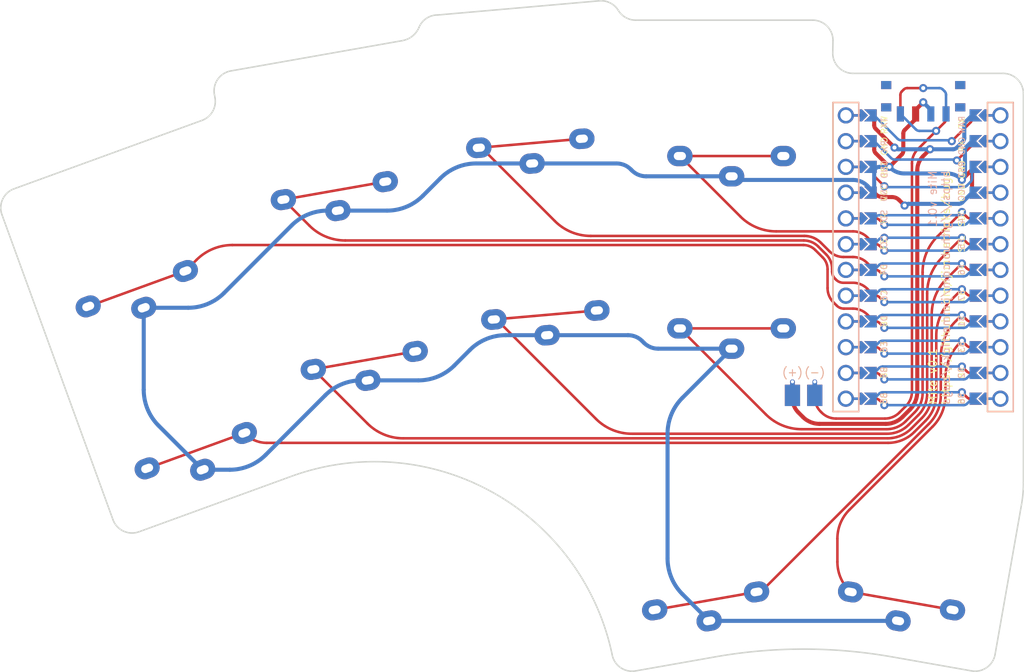
<source format=kicad_pcb>
(kicad_pcb (version 20211014) (generator pcbnew)
  (title_block (title "Mite") (date "2021-12-22") (rev "0.1") (company "jmnw"))
  (layers (0 "F.Cu" signal) (31 "B.Cu" signal) (34 "B.Paste" user) (35 "F.Paste" user) (36 "B.SilkS" user "B.Silkscreen") (37 "F.SilkS" user "F.Silkscreen") (38 "B.Mask" user) (39 "F.Mask" user) (44 "Edge.Cuts" user))
  (net 0 "")
  (net 1 "unconnected-(PSW1-Pad3)")
  (net 2 "switch1")
  (net 3 "switch2")
  (net 4 "switch3")
  (net 5 "switch4")
  (net 6 "switch5")
  (net 7 "switch6")
  (net 8 "switch7")
  (net 9 "switch8")
  (net 10 "switch9")
  (net 11 "switch10")
  (net 12 "unconnected-(U1-Pad11)")
  (net 13 "unconnected-(U1-Pad12)")
  (net 14 "unconnected-(U1-Pad13)")
  (net 15 "unconnected-(U1-Pad14)")
  (net 16 "unconnected-(U1-Pad15)")
  (net 17 "unconnected-(U1-Pad22)")
  (net 18 "unconnected-(U1-Pad2)")
  (net 19 "unconnected-(U1-Pad1)")
  (net 20 "GND")
  (net 21 "VCC")
  (net 22 "Net-(BT1-Pad2)")
  (net 23 "raw")
  (net 24 "unconnected-(U1-Pad20)")
  (footprint "bugs:Choc_reversible" (layer "F.Cu") (at 47.560892 96.53162 20)
    (fp_text reference "SW1" hide)
    (fp_text value "SW_PUSH" hide)
  )
  (footprint "bugs:Choc_reversible" (layer "F.Cu") (at 53.375237 112.506389 20)
    (fp_text reference "SW5" hide)
    (fp_text value "SW_PUSH" hide)
  )
  (footprint "bugs:Choc_reversible" (layer "F.Cu") (at 67.698329 86.684784 10)
    (fp_text reference "SW2" hide)
    (fp_text value "SW_PUSH" hide)
  )
  (footprint "bugs:Choc_reversible" (layer "F.Cu") (at 87.366335 81.967319 5)
    (fp_text reference "SW3" hide)
    (fp_text value "SW_PUSH" hide)
  )
  (footprint "bugs:Choc_reversible" (layer "F.Cu") (at 107.554686 83.211365)
    (fp_text reference "SW4" hide)
    (fp_text value "SW_PUSH" hide)
  )
  (footprint "bugs:Choc_reversible" (layer "F.Cu") (at 70.65035 103.426508 10)
    (fp_text reference "SW6" hide)
    (fp_text value "SW_PUSH" hide)
  )
  (footprint "bugs:Choc_reversible" (layer "F.Cu") (at 88.847977 98.902646 5)
    (fp_text reference "SW7" hide)
    (fp_text value "SW_PUSH" hide)
  )
  (footprint "bugs:Choc_reversible" (layer "F.Cu") (at 107.55469 100.211365)
    (fp_text reference "SW8" hide)
    (fp_text value "SW_PUSH" hide)
  )
  (footprint "bugs:Choc_reversible" (layer "F.Cu") (at 104.317009 127.144808 10)
    (fp_text reference "SW9" hide)
    (fp_text value "SW_PUSH" hide)
  )
  (footprint "bugs:Choc_reversible" (layer "F.Cu") (at 124.995446 127.14496 -10)
    (fp_text reference "SW10" hide)
    (fp_text value "SW_PUSH" hide)
  )
  (footprint "bugs:Battery_pads_reversible" (layer "F.Cu") (at 114.657801 110.71682)
    (fp_text reference "BT1" hide)
    (fp_text value "Battery_Cell")
  )
  (footprint "bugs:ProMicro_jumpers" (layer "F.Cu") (at 126.445092 97.074214)
    (fp_text reference "U1" hide)
    (fp_text value "ProMicro")
  )
  (footprint "bugs:Power_reversible" (layer "F.Cu") (at 126.453566 81.211024 180)
    (fp_text reference "PSW1" hide)
    (fp_text value "SW_SPDT")
  )
  (gr_line (start 136.335446 80.961098) (end 136.338048 119.326326) (layer "Edge.Cuts") (width 0.15))
  (gr_line (start 36.794051 90.341179) (end 55.32149 83.597603) (layer "Edge.Cuts") (width 0.15))
  (gr_arc (start 76.719189 74.442661) (mid 77.453777 73.537329) (end 78.568812 73.200559) (layer "Edge.Cuts") (width 0.15))
  (gr_line (start 35.598701 92.904602) (end 46.54352 122.975231) (layer "Edge.Cuts") (width 0.15))
  (gr_arc (start 119.529574 78.961091) (mid 118.115363 78.375307) (end 117.529577 76.961098) (layer "Edge.Cuts") (width 0.15))
  (gr_line (start 123.345576 136.500279) (end 131.224038 137.889459) (layer "Edge.Cuts") (width 0.15))
  (gr_line (start 98.087857 137.889701) (end 105.966312 136.500516) (layer "Edge.Cuts") (width 0.15))
  (gr_arc (start 56.548119 81.034733) (mid 56.879432 79.540288) (end 58.170438 78.71783) (layer "Edge.Cuts") (width 0.15))
  (gr_arc (start 76.719189 74.442661) (mid 76.067759 75.291435) (end 75.091573 75.729427) (layer "Edge.Cuts") (width 0.15))
  (gr_arc (start 56.606261 81.360392) (mid 56.372461 82.713637) (end 55.32149 83.597603) (layer "Edge.Cuts") (width 0.15))
  (gr_arc (start 64.142487 118.697953) (mid 83.964922 120.267102) (end 95.770943 136.267383) (layer "Edge.Cuts") (width 0.15))
  (gr_arc (start 98.087857 137.889701) (mid 96.593405 137.558392) (end 95.770943 136.267383) (layer "Edge.Cuts") (width 0.15))
  (gr_arc (start 35.598701 92.904602) (mid 35.665472 91.375323) (end 36.794051 90.341179) (layer "Edge.Cuts") (width 0.15))
  (gr_line (start 98.094443 73.711083) (end 115.555229 73.711307) (layer "Edge.Cuts") (width 0.15))
  (gr_arc (start 133.54095 136.267138) (mid 132.718487 137.558145) (end 131.224038 137.889459) (layer "Edge.Cuts") (width 0.15))
  (gr_line (start 133.54095 136.267138) (end 136.146482 121.495566) (layer "Edge.Cuts") (width 0.15))
  (gr_arc (start 105.966312 136.500516) (mid 114.655934 135.74009) (end 123.345576 136.500279) (layer "Edge.Cuts") (width 0.15))
  (gr_line (start 119.529577 78.961086) (end 134.335444 78.961098) (layer "Edge.Cuts") (width 0.15))
  (gr_arc (start 115.555229 73.711307) (mid 116.969445 74.297096) (end 117.555234 75.711313) (layer "Edge.Cuts") (width 0.15))
  (gr_arc (start 49.10694 124.170577) (mid 47.577665 124.103806) (end 46.54352 122.975231) (layer "Edge.Cuts") (width 0.15))
  (gr_arc (start 98.094443 73.711083) (mid 97.125614 73.460823) (end 96.399188 72.772661) (layer "Edge.Cuts") (width 0.15))
  (gr_line (start 78.568812 73.200559) (end 94.507865 71.805968) (layer "Edge.Cuts") (width 0.15))
  (gr_arc (start 134.335445 78.96109) (mid 135.74966 79.546881) (end 136.335446 80.961098) (layer "Edge.Cuts") (width 0.15))
  (gr_line (start 56.606261 81.360392) (end 56.548119 81.034733) (layer "Edge.Cuts") (width 0.15))
  (gr_arc (start 136.338048 119.326326) (mid 136.289178 120.415089) (end 136.146482 121.495566) (layer "Edge.Cuts") (width 0.15))
  (gr_line (start 58.170438 78.71783) (end 75.091573 75.729427) (layer "Edge.Cuts") (width 0.15))
  (gr_arc (start 94.507865 71.805968) (mid 95.592445 72.017523) (end 96.399188 72.772661) (layer "Edge.Cuts") (width 0.15))
  (gr_line (start 117.555234 75.711313) (end 117.529577 76.961098) (layer "Edge.Cuts") (width 0.15))
  (gr_line (start 49.10694 124.17058) (end 64.142487 118.697953) (layer "Edge.Cuts") (width 0.15))
  (gr_text "Mite v0.1\nhttps://github.com/jimmerricks/bugs" (at 128.03583 88.48276 90) (layer "B.SilkS") (effects (font (size 0.8 0.8) (thickness 0.1)) (justify left mirror)))
  (gr_text "Mite v0.1\nhttps://github.com/jimmerricks/bugs" (at 128.035832 111.702758 90) (layer "F.SilkS") (effects (font (size 0.8 0.8) (thickness 0.1)) (justify left)))
  (segment (start 124.203572 81.087987) (end 124.203568 82.961025) (width 0.25) (layer "F.Cu") (net 1))
  (segment (start 124.526985 80.557467) (end 124.350017 80.734433) (width 0.25) (layer "F.Cu") (net 1))
  (segment (start 126.453565 80.411022) (end 124.880536 80.411019) (width 0.25) (layer "F.Cu") (net 1))
  (via (at 126.453565 80.411022) (size 0.8) (drill 0.4) (layers "F.Cu" "B.Cu") (net 1))
  (arc (start 124.203572 81.087987) (mid 124.241633 80.896643) (end 124.350017 80.734433) (width 0.25) (layer "F.Cu") (net 1))
  (arc (start 124.880536 80.411019) (mid 124.689192 80.44908) (end 124.526985 80.557467) (width 0.25) (layer "F.Cu") (net 1))
  (segment (start 128.703567 81.075157) (end 128.70357 82.961022) (width 0.25) (layer "B.Cu") (net 1))
  (segment (start 128.392993 80.557471) (end 128.55712 80.721604) (width 0.25) (layer "B.Cu") (net 1))
  (segment (start 126.453565 80.411022) (end 128.039437 80.411026) (width 0.25) (layer "B.Cu") (net 1))
  (arc (start 128.703567 81.075157) (mid 128.665512 80.883818) (end 128.55712 80.721604) (width 0.25) (layer "B.Cu") (net 1))
  (arc (start 128.392993 80.557471) (mid 128.230778 80.449086) (end 128.039437 80.411026) (width 0.25) (layer "B.Cu") (net 1))
  (segment (start 44.102338 101.940724) (end 53.687202 98.452118) (width 0.25) (layer "F.Cu") (net 2))
  (segment (start 58.320389 95.89) (end 114.630969 95.89) (width 0.25) (layer "F.Cu") (net 2))
  (segment (start 117.02048 98.279511) (end 117.02048 100.132053) (width 0.25) (layer "F.Cu") (net 2))
  (segment (start 117.606267 101.546267) (end 117.927107 101.867107) (width 0.25) (layer "F.Cu") (net 2))
  (segment (start 120.940665 102.745787) (end 121.619092 103.424214) (width 0.25) (layer "F.Cu") (net 2))
  (segment (start 115.804767 96.376203) (end 116.534278 97.105714) (width 0.25) (layer "F.Cu") (net 2))
  (segment (start 118.634214 102.16) (end 119.526451 102.16) (width 0.25) (layer "F.Cu") (net 2))
  (segment (start 122.130536 103.570656) (end 122.619083 104.059209) (width 0.25) (layer "F.Cu") (net 2))
  (segment (start 121.619091 103.424211) (end 121.77698 103.424216) (width 0.25) (layer "F.Cu") (net 2))
  (segment (start 53.687203 98.452118) (end 54.784855 97.354466) (width 0.25) (layer "F.Cu") (net 2))
  (via (at 122.619083 104.059209) (size 0.8) (drill 0.4) (layers "F.Cu" "B.Cu") (net 2))
  (arc (start 121.77698 103.424216) (mid 121.96832 103.462274) (end 122.130536 103.570656) (width 0.25) (layer "F.Cu") (net 2))
  (arc (start 54.784855 97.354466) (mid 56.406972 96.270602) (end 58.320389 95.89) (width 0.25) (layer "F.Cu") (net 2))
  (arc (start 119.526451 102.16) (mid 120.291818 102.312241) (end 120.940665 102.745787) (width 0.25) (layer "F.Cu") (net 2))
  (arc (start 117.02048 100.132053) (mid 117.172721 100.89742) (end 117.606267 101.546267) (width 0.25) (layer "F.Cu") (net 2))
  (arc (start 116.534278 97.105714) (mid 116.89412 97.644257) (end 117.02048 98.279511) (width 0.25) (layer "F.Cu") (net 2))
  (arc (start 115.804767 96.376203) (mid 115.266224 96.01636) (end 114.630969 95.89) (width 0.25) (layer "F.Cu") (net 2))
  (arc (start 118.634214 102.16) (mid 118.251531 102.08388) (end 117.927107 101.867107) (width 0.25) (layer "F.Cu") (net 2))
  (segment (start 130.782532 103.912768) (end 131.271086 103.42421) (width 0.25) (layer "B.Cu") (net 2))
  (segment (start 122.619083 104.059209) (end 130.428983 104.059212) (width 0.25) (layer "B.Cu") (net 2))
  (arc (start 130.782532 103.912768) (mid 130.620323 104.021147) (end 130.428983 104.059212) (width 0.25) (layer "B.Cu") (net 2))
  (segment (start 121.61909 100.884217) (end 121.776985 100.884215) (width 0.25) (layer "F.Cu") (net 3))
  (segment (start 122.130541 101.030656) (end 122.619082 101.519207) (width 0.25) (layer "F.Cu") (net 3))
  (segment (start 73.398077 89.639929) (end 63.353037 91.411141) (width 0.25) (layer "F.Cu") (net 3))
  (segment (start 69.453445 95.44048) (end 114.676335 95.44048) (width 0.25) (layer "F.Cu") (net 3))
  (segment (start 116.090549 96.026267) (end 116.884214 96.819932) (width 0.25) (layer "F.Cu") (net 3))
  (segment (start 118.574214 99.61) (end 119.516451 99.61) (width 0.25) (layer "F.Cu") (net 3))
  (segment (start 117.762893 99.212893) (end 117.867107 99.317107) (width 0.25) (layer "F.Cu") (net 3))
  (segment (start 120.930665 100.195787) (end 121.619092 100.884214) (width 0.25) (layer "F.Cu") (net 3))
  (segment (start 63.353037 91.41114) (end 65.917911 93.976014) (width 0.25) (layer "F.Cu") (net 3))
  (segment (start 117.47 98.234145) (end 117.47 98.505786) (width 0.25) (layer "F.Cu") (net 3))
  (via (at 122.619082 101.519207) (size 0.8) (drill 0.4) (layers "F.Cu" "B.Cu") (net 3))
  (arc (start 117.762893 99.212893) (mid 117.54612 98.88847) (end 117.47 98.505786) (width 0.25) (layer "F.Cu") (net 3))
  (arc (start 69.453445 95.44048) (mid 67.540028 95.059878) (end 65.917911 93.976014) (width 0.25) (layer "F.Cu") (net 3))
  (arc (start 117.867107 99.317107) (mid 118.19153 99.53388) (end 118.574214 99.61) (width 0.25) (layer "F.Cu") (net 3))
  (arc (start 121.776985 100.884215) (mid 121.96833 100.922272) (end 122.130541 101.030656) (width 0.25) (layer "F.Cu") (net 3))
  (arc (start 116.884214 96.819932) (mid 117.317759 97.468778) (end 117.47 98.234145) (width 0.25) (layer "F.Cu") (net 3))
  (arc (start 120.930665 100.195787) (mid 120.281818 99.762241) (end 119.516451 99.61) (width 0.25) (layer "F.Cu") (net 3))
  (arc (start 114.676335 95.44048) (mid 115.441702 95.592721) (end 116.090549 96.026267) (width 0.25) (layer "F.Cu") (net 3))
  (segment (start 130.782539 101.37276) (end 131.271084 100.884209) (width 0.25) (layer "B.Cu") (net 3))
  (segment (start 122.619082 101.519207) (end 130.428974 101.519207) (width 0.25) (layer "B.Cu") (net 3))
  (arc (start 130.782539 101.37276) (mid 130.620332 101.481151) (end 130.428974 101.519207) (width 0.25) (layer "B.Cu") (net 3))
  (segment (start 122.130539 98.490659) (end 122.619086 98.979211) (width 0.25) (layer "F.Cu") (net 4))
  (segment (start 117.184213 96.484213) (end 116.373401 95.673401) (width 0.25) (layer "F.Cu") (net 4))
  (segment (start 82.625649 86.296973) (end 92.786836 85.407984) (width 0.25) (layer "F.Cu") (net 4))
  (segment (start 121.619092 98.344214) (end 120.930664 97.655786) (width 0.25) (layer "F.Cu") (net 4))
  (segment (start 114.725842 94.99096) (end 93.661542 94.99096) (width 0.25) (layer "F.Cu") (net 4))
  (segment (start 119.516451 97.07) (end 118.598427 97.07) (width 0.25) (layer "F.Cu") (net 4))
  (segment (start 90.126008 93.526494) (end 82.896487 86.296973) (width 0.25) (layer "F.Cu") (net 4))
  (segment (start 82.896487 86.296973) (end 82.625649 86.296973) (width 0.25) (layer "F.Cu") (net 4))
  (segment (start 121.619085 98.344207) (end 121.776981 98.34421) (width 0.25) (layer "F.Cu") (net 4))
  (via (at 122.619086 98.979211) (size 0.8) (drill 0.4) (layers "F.Cu" "B.Cu") (net 4))
  (arc (start 119.516451 97.07) (mid 120.281818 97.222241) (end 120.930664 97.655786) (width 0.25) (layer "F.Cu") (net 4))
  (arc (start 118.598427 97.07) (mid 117.83306 96.917759) (end 117.184213 96.484213) (width 0.25) (layer "F.Cu") (net 4))
  (arc (start 121.776981 98.34421) (mid 121.968324 98.38227) (end 122.130539 98.490659) (width 0.25) (layer "F.Cu") (net 4))
  (arc (start 93.661542 94.99096) (mid 91.748125 94.610358) (end 90.126008 93.526494) (width 0.25) (layer "F.Cu") (net 4))
  (arc (start 116.373401 95.673401) (mid 115.617495 95.16832) (end 114.725842 94.99096) (width 0.25) (layer "F.Cu") (net 4))
  (segment (start 130.782532 98.832761) (end 131.271087 98.344213) (width 0.25) (layer "B.Cu") (net 4))
  (segment (start 122.619086 98.979211) (end 130.428979 98.979212) (width 0.25) (layer "B.Cu") (net 4))
  (arc (start 130.428979 98.979212) (mid 130.620325 98.94115) (end 130.782532 98.832761) (width 0.25) (layer "B.Cu") (net 4))
  (segment (start 120.942105 95.127227) (end 121.619092 95.804214) (width 0.25) (layer "F.Cu") (net 5))
  (segment (start 102.454686 87.111365) (end 108.420295 93.076974) (width 0.25) (layer "F.Cu") (net 5))
  (segment (start 121.619092 95.804209) (end 121.776984 95.80421) (width 0.25) (layer "F.Cu") (net 5))
  (segment (start 122.130539 95.950658) (end 122.619087 96.439218) (width 0.25) (layer "F.Cu") (net 5))
  (segment (start 102.454687 87.111366) (end 112.654686 87.111364) (width 0.25) (layer "F.Cu") (net 5))
  (segment (start 111.955829 94.54144) (end 119.527891 94.54144) (width 0.25) (layer "F.Cu") (net 5))
  (via (at 122.619087 96.439218) (size 0.8) (drill 0.4) (layers "F.Cu" "B.Cu") (net 5))
  (arc (start 108.420295 93.076974) (mid 110.042412 94.160838) (end 111.955829 94.54144) (width 0.25) (layer "F.Cu") (net 5))
  (arc (start 121.776984 95.80421) (mid 121.968323 95.842273) (end 122.130539 95.950658) (width 0.25) (layer "F.Cu") (net 5))
  (arc (start 119.527891 94.54144) (mid 120.293258 94.693681) (end 120.942105 95.127227) (width 0.25) (layer "F.Cu") (net 5))
  (segment (start 122.619087 96.439218) (end 130.428981 96.439212) (width 0.25) (layer "B.Cu") (net 5))
  (segment (start 130.782535 96.292767) (end 131.271087 95.804209) (width 0.25) (layer "B.Cu") (net 5))
  (arc (start 130.428981 96.439212) (mid 130.620321 96.401151) (end 130.782535 96.292767) (width 0.25) (layer "B.Cu") (net 5))
  (segment (start 59.501548 114.426887) (end 59.596401 114.52174) (width 0.25) (layer "F.Cu") (net 6))
  (segment (start 125.576421 114.328429) (end 126.669213 113.235636) (width 0.25) (layer "F.Cu") (net 6))
  (segment (start 131.271084 100.884209) (end 131.113194 100.884211) (width 0.25) (layer "F.Cu") (net 6))
  (segment (start 49.916683 117.915493) (end 59.501548 114.426887) (width 0.25) (layer "F.Cu") (net 6))
  (segment (start 130.759645 100.73777) (end 130.271094 100.249212) (width 0.25) (layer "F.Cu") (net 6))
  (segment (start 127.741202 110.647626) (end 127.741202 104.850172) (width 0.25) (layer "F.Cu") (net 6))
  (segment (start 129.205668 101.314638) (end 130.271094 100.249212) (width 0.25) (layer "F.Cu") (net 6))
  (segment (start 61.717721 115.400419) (end 122.98841 115.400419) (width 0.25) (layer "F.Cu") (net 6))
  (via (at 130.271094 100.249212) (size 0.8) (drill 0.4) (layers "F.Cu" "B.Cu") (net 6))
  (arc (start 129.205668 101.314638) (mid 128.121804 102.936755) (end 127.741202 104.850172) (width 0.25) (layer "F.Cu") (net 6))
  (arc (start 131.113194 100.884211) (mid 130.921856 100.846148) (end 130.759645 100.73777) (width 0.25) (layer "F.Cu") (net 6))
  (arc (start 61.717721 115.400419) (mid 60.569671 115.172058) (end 59.596401 114.52174) (width 0.25) (layer "F.Cu") (net 6))
  (arc (start 127.741202 110.647626) (mid 127.462601 112.048247) (end 126.669213 113.235636) (width 0.25) (layer "F.Cu") (net 6))
  (arc (start 122.98841 115.400419) (mid 124.389032 115.121818) (end 125.576421 114.328429) (width 0.25) (layer "F.Cu") (net 6))
  (segment (start 122.107644 100.395659) (end 121.619085 100.884217) (width 0.25) (layer "B.Cu") (net 6))
  (segment (start 130.271094 100.249212) (end 122.461194 100.249213) (width 0.25) (layer "B.Cu") (net 6))
  (arc (start 122.107644 100.395659) (mid 122.26985 100.287274) (end 122.461194 100.249213) (width 0.25) (layer "B.Cu") (net 6))
  (segment (start 66.305058 108.152864) (end 71.638627 113.486433) (width 0.25) (layer "F.Cu") (net 7))
  (segment (start 75.174161 114.950899) (end 122.938903 114.950899) (width 0.25) (layer "F.Cu") (net 7))
  (segment (start 66.305058 108.152863) (end 76.350098 106.381652) (width 0.25) (layer "F.Cu") (net 7))
  (segment (start 128.756148 99.224146) (end 130.271084 97.70921) (width 0.25) (layer "F.Cu") (net 7))
  (segment (start 130.759643 98.197762) (end 130.271084 97.70921) (width 0.25) (layer "F.Cu") (net 7))
  (segment (start 127.291682 110.598119) (end 127.291682 102.75968) (width 0.25) (layer "F.Cu") (net 7))
  (segment (start 125.293569 113.975564) (end 126.316348 112.952784) (width 0.25) (layer "F.Cu") (net 7))
  (segment (start 131.271087 98.344213) (end 131.113195 98.344208) (width 0.25) (layer "F.Cu") (net 7))
  (via (at 130.271084 97.70921) (size 0.8) (drill 0.4) (layers "F.Cu" "B.Cu") (net 7))
  (arc (start 71.638627 113.486433) (mid 73.260744 114.570297) (end 75.174161 114.950899) (width 0.25) (layer "F.Cu") (net 7))
  (arc (start 125.293569 113.975564) (mid 124.213239 114.697418) (end 122.938903 114.950899) (width 0.25) (layer "F.Cu") (net 7))
  (arc (start 126.316348 112.952784) (mid 127.038201 111.872454) (end 127.291682 110.598119) (width 0.25) (layer "F.Cu") (net 7))
  (arc (start 130.759643 98.197762) (mid 130.921856 98.306149) (end 131.113195 98.344208) (width 0.25) (layer "F.Cu") (net 7))
  (arc (start 128.756148 99.224146) (mid 127.672284 100.846263) (end 127.291682 102.75968) (width 0.25) (layer "F.Cu") (net 7))
  (segment (start 122.107644 97.855657) (end 121.619085 98.344207) (width 0.25) (layer "B.Cu") (net 7))
  (segment (start 130.271084 97.70921) (end 122.461194 97.709211) (width 0.25) (layer "B.Cu") (net 7))
  (arc (start 122.107644 97.855657) (mid 122.269853 97.747274) (end 122.461194 97.709211) (width 0.25) (layer "B.Cu") (net 7))
  (segment (start 125.010716 113.622699) (end 125.963483 112.669932) (width 0.25) (layer "F.Cu") (net 8))
  (segment (start 130.759639 95.657763) (end 130.271088 95.169208) (width 0.25) (layer "F.Cu") (net 8))
  (segment (start 126.842162 110.548612) (end 126.842162 100.669202) (width 0.25) (layer "F.Cu") (net 8))
  (segment (start 84.107291 103.2323) (end 84.378129 103.2323) (width 0.25) (layer "F.Cu") (net 8))
  (segment (start 128.306628 97.133668) (end 130.271088 95.169208) (width 0.25) (layer "F.Cu") (net 8))
  (segment (start 97.718276 114.501379) (end 122.889395 114.501379) (width 0.25) (layer "F.Cu") (net 8))
  (segment (start 84.378129 103.2323) (end 94.182742 113.036913) (width 0.25) (layer "F.Cu") (net 8))
  (segment (start 131.271087 95.804209) (end 131.113193 95.804209) (width 0.25) (layer "F.Cu") (net 8))
  (segment (start 84.107292 103.232299) (end 94.268478 102.343311) (width 0.25) (layer "F.Cu") (net 8))
  (via (at 130.271088 95.169208) (size 0.8) (drill 0.4) (layers "F.Cu" "B.Cu") (net 8))
  (via (at 122.619092 95.169215) (size 0.8) (drill 0.4) (layers "F.Cu" "B.Cu") (net 8))
  (arc (start 126.842162 100.669202) (mid 127.222764 98.755785) (end 128.306628 97.133668) (width 0.25) (layer "F.Cu") (net 8))
  (arc (start 131.113193 95.804209) (mid 130.921854 95.766149) (end 130.759639 95.657763) (width 0.25) (layer "F.Cu") (net 8))
  (arc (start 94.182742 113.036913) (mid 95.804859 114.120777) (end 97.718276 114.501379) (width 0.25) (layer "F.Cu") (net 8))
  (arc (start 126.842162 110.548612) (mid 126.613801 111.696662) (end 125.963483 112.669932) (width 0.25) (layer "F.Cu") (net 8))
  (arc (start 125.010716 113.622699) (mid 124.037446 114.273018) (end 122.889395 114.501379) (width 0.25) (layer "F.Cu") (net 8))
  (segment (start 130.271088 95.169208) (end 122.618487 95.169207) (width 0.25) (layer "B.Cu") (net 8))
  (segment (start 122.107647 95.315657) (end 121.619084 95.804215) (width 0.25) (layer "B.Cu") (net 8))
  (segment (start 122.618487 95.169207) (end 122.4612 95.169206) (width 0.25) (layer "B.Cu") (net 8))
  (arc (start 122.107647 95.315657) (mid 122.269856 95.207271) (end 122.4612 95.169206) (width 0.25) (layer "B.Cu") (net 8))
  (segment (start 127.857108 95.043196) (end 130.27109 92.629214) (width 0.25) (layer "F.Cu") (net 9))
  (segment (start 102.45469 104.111365) (end 110.930718 112.587393) (width 0.25) (layer "F.Cu") (net 9))
  (segment (start 114.466252 114.051859) (end 122.844031 114.051859) (width 0.25) (layer "F.Cu") (net 9))
  (segment (start 130.759639 93.117765) (end 130.27109 92.629214) (width 0.25) (layer "F.Cu") (net 9))
  (segment (start 131.271088 93.264214) (end 131.113192 93.264213) (width 0.25) (layer "F.Cu") (net 9))
  (segment (start 124.724935 113.272763) (end 125.613546 112.384152) (width 0.25) (layer "F.Cu") (net 9))
  (segment (start 126.392642 110.503248) (end 126.392642 98.57873) (width 0.25) (layer "F.Cu") (net 9))
  (segment (start 102.454689 104.111366) (end 112.654688 104.111365) (width 0.25) (layer "F.Cu") (net 9))
  (via (at 130.27109 92.629214) (size 0.8) (drill 0.4) (layers "F.Cu" "B.Cu") (net 9))
  (arc (start 114.466252 114.051859) (mid 112.552835 113.671257) (end 110.930718 112.587393) (width 0.25) (layer "F.Cu") (net 9))
  (arc (start 126.392642 110.503248) (mid 126.190162 111.521186) (end 125.613546 112.384152) (width 0.25) (layer "F.Cu") (net 9))
  (arc (start 127.857108 95.043196) (mid 126.773244 96.665313) (end 126.392642 98.57873) (width 0.25) (layer "F.Cu") (net 9))
  (arc (start 131.113192 93.264213) (mid 130.921849 93.22615) (end 130.759639 93.117765) (width 0.25) (layer "F.Cu") (net 9))
  (arc (start 122.844031 114.051859) (mid 123.861969 113.849379) (end 124.724935 113.272763) (width 0.25) (layer "F.Cu") (net 9))
  (segment (start 121.790144 93.093162) (end 121.619085 93.264212) (width 0.25) (layer "B.Cu") (net 9))
  (segment (start 122.143692 92.946712) (end 129.746482 92.946713) (width 0.25) (layer "B.Cu") (net 9))
  (segment (start 129.746482 92.946713) (end 129.746486 92.946716) (width 0.25) (layer "B.Cu") (net 9))
  (segment (start 130.27109 92.629214) (end 130.100038 92.800265) (width 0.25) (layer "B.Cu") (net 9))
  (arc (start 130.100038 92.800265) (mid 129.937821 92.908655) (end 129.746486 92.946716) (width 0.25) (layer "B.Cu") (net 9))
  (arc (start 122.143692 92.946712) (mid 121.952357 92.984774) (end 121.790144 93.093162) (width 0.25) (layer "B.Cu") (net 9))
  (segment (start 130.759641 103.277763) (end 130.271085 102.789209) (width 0.25) (layer "F.Cu") (net 10))
  (segment (start 110.733508 129.80706) (end 127.019149 113.521417) (width 0.25) (layer "F.Cu") (net 10))
  (segment (start 110.016756 130.099952) (end 99.971717 131.871163) (width 0.25) (layer "F.Cu") (net 10))
  (segment (start 110.016756 130.099953) (end 110.026401 130.099953) (width 0.25) (layer "F.Cu") (net 10))
  (segment (start 128.190722 110.69299) (end 128.190722 106.94064) (width 0.25) (layer "F.Cu") (net 10))
  (segment (start 129.655188 103.405106) (end 130.271085 102.789209) (width 0.25) (layer "F.Cu") (net 10))
  (segment (start 131.271086 103.42421) (end 131.113192 103.424213) (width 0.25) (layer "F.Cu") (net 10))
  (via (at 130.271085 102.789209) (size 0.8) (drill 0.4) (layers "F.Cu" "B.Cu") (net 10))
  (arc (start 129.655188 103.405106) (mid 128.571324 105.027223) (end 128.190722 106.94064) (width 0.25) (layer "F.Cu") (net 10))
  (arc (start 110.733508 129.80706) (mid 110.409085 130.023833) (end 110.026401 130.099953) (width 0.25) (layer "F.Cu") (net 10))
  (arc (start 127.019149 113.521417) (mid 127.88624 112.223724) (end 128.190722 110.69299) (width 0.25) (layer "F.Cu") (net 10))
  (arc (start 131.113192 103.424213) (mid 130.921852 103.386152) (end 130.759641 103.277763) (width 0.25) (layer "F.Cu") (net 10))
  (segment (start 122.107643 102.935661) (end 121.619091 103.424211) (width 0.25) (layer "B.Cu") (net 10))
  (segment (start 130.271085 102.789209) (end 122.461194 102.78921) (width 0.25) (layer "B.Cu") (net 10))
  (arc (start 122.107643 102.935661) (mid 122.269855 102.827272) (end 122.461194 102.78921) (width 0.25) (layer "B.Cu") (net 10))
  (segment (start 130.104708 105.495591) (end 130.271089 105.32921) (width 0.25) (layer "F.Cu") (net 11))
  (segment (start 128.640242 110.742496) (end 128.640242 109.031125) (width 0.25) (layer "F.Cu") (net 11))
  (segment (start 119.295699 130.100104) (end 129.340738 131.871315) (width 0.25) (layer "F.Cu") (net 11))
  (segment (start 130.759646 105.817766) (end 130.271089 105.32921) (width 0.25) (layer "F.Cu") (net 11))
  (segment (start 119.295699 130.100105) (end 119.161573 129.965979) (width 0.25) (layer "F.Cu") (net 11))
  (segment (start 117.99 127.137552) (end 117.99 124.843138) (width 0.25) (layer "F.Cu") (net 11))
  (segment (start 119.161573 122.014711) (end 127.372015 113.804268) (width 0.25) (layer "F.Cu") (net 11))
  (segment (start 131.271088 105.96421) (end 131.113194 105.964215) (width 0.25) (layer "F.Cu") (net 11))
  (via (at 130.271089 105.32921) (size 0.8) (drill 0.4) (layers "F.Cu" "B.Cu") (net 11))
  (arc (start 128.640242 110.742496) (mid 128.310641 112.399515) (end 127.372015 113.804268) (width 0.25) (layer "F.Cu") (net 11))
  (arc (start 128.640242 109.031125) (mid 129.020844 107.117708) (end 130.104708 105.495591) (width 0.25) (layer "F.Cu") (net 11))
  (arc (start 119.161573 122.014711) (mid 118.294482 123.312404) (end 117.99 124.843138) (width 0.25) (layer "F.Cu") (net 11))
  (arc (start 131.113194 105.964215) (mid 130.921853 105.926153) (end 130.759646 105.817766) (width 0.25) (layer "F.Cu") (net 11))
  (arc (start 119.161573 129.965979) (mid 118.294482 128.668286) (end 117.99 127.137552) (width 0.25) (layer "F.Cu") (net 11))
  (segment (start 122.10764 105.475656) (end 121.619084 105.964209) (width 0.25) (layer "B.Cu") (net 11))
  (segment (start 130.271089 105.32921) (end 122.461194 105.329211) (width 0.25) (layer "B.Cu") (net 11))
  (arc (start 122.10764 105.475656) (mid 122.269852 105.367272) (end 122.461194 105.329211) (width 0.25) (layer "B.Cu") (net 11))
  (segment (start 131.271088 108.504212) (end 131.113199 108.504209) (width 0.25) (layer "F.Cu") (net 12))
  (segment (start 130.759636 108.357762) (end 130.271085 107.869211) (width 0.25) (layer "F.Cu") (net 12))
  (via (at 130.271085 107.869211) (size 0.8) (drill 0.4) (layers "F.Cu" "B.Cu") (net 12))
  (arc (start 131.113199 108.504209) (mid 130.921851 108.466151) (end 130.759636 108.357762) (width 0.25) (layer "F.Cu") (net 12))
  (segment (start 130.271085 107.869211) (end 122.461202 107.869208) (width 0.25) (layer "B.Cu") (net 12))
  (segment (start 122.107639 108.015658) (end 121.619084 108.50421) (width 0.25) (layer "B.Cu") (net 12))
  (arc (start 122.461202 107.869208) (mid 122.269858 107.907268) (end 122.107639 108.015658) (width 0.25) (layer "B.Cu") (net 12))
  (segment (start 131.271092 111.044213) (end 130.9605 111.044212) (width 0.25) (layer "F.Cu") (net 13))
  (segment (start 130.759642 110.897763) (end 130.271085 110.40921) (width 0.25) (layer "F.Cu") (net 13))
  (segment (start 131.271082 111.044209) (end 131.113198 111.044211) (width 0.25) (layer "F.Cu") (net 13))
  (via (at 130.271085 110.40921) (size 0.8) (drill 0.4) (layers "F.Cu" "B.Cu") (net 13))
  (arc (start 130.759642 110.897763) (mid 130.921851 111.006152) (end 131.113198 111.044211) (width 0.25) (layer "F.Cu") (net 13))
  (segment (start 130.271085 110.40921) (end 122.461191 110.409211) (width 0.25) (layer "B.Cu") (net 13))
  (segment (start 122.107642 110.555656) (end 121.619082 111.044205) (width 0.25) (layer "B.Cu") (net 13))
  (arc (start 122.461191 110.409211) (mid 122.269853 110.44727) (end 122.107642 110.555656) (width 0.25) (layer "B.Cu") (net 13))
  (segment (start 122.130536 111.190653) (end 122.619083 111.679214) (width 0.25) (layer "F.Cu") (net 14))
  (segment (start 121.619082 111.044205) (end 121.776981 111.044211) (width 0.25) (layer "F.Cu") (net 14))
  (via (at 122.619083 111.679214) (size 0.8) (drill 0.4) (layers "F.Cu" "B.Cu") (net 14))
  (arc (start 122.130536 111.190653) (mid 121.968327 111.082271) (end 121.776981 111.044211) (width 0.25) (layer "F.Cu") (net 14))
  (segment (start 122.619083 111.679214) (end 130.428981 111.679212) (width 0.25) (layer "B.Cu") (net 14))
  (segment (start 130.78253 111.532763) (end 131.271082 111.044209) (width 0.25) (layer "B.Cu") (net 14))
  (arc (start 130.428981 111.679212) (mid 130.620322 111.641151) (end 130.78253 111.532763) (width 0.25) (layer "B.Cu") (net 14))
  (segment (start 121.619084 108.50421) (end 121.776981 108.504208) (width 0.25) (layer "F.Cu") (net 15))
  (segment (start 122.130533 108.650656) (end 122.619085 109.139212) (width 0.25) (layer "F.Cu") (net 15))
  (via (at 122.619085 109.139212) (size 0.8) (drill 0.4) (layers "F.Cu" "B.Cu") (net 15))
  (arc (start 121.776981 108.504208) (mid 121.968322 108.542266) (end 122.130533 108.650656) (width 0.25) (layer "F.Cu") (net 15))
  (segment (start 122.619085 109.139212) (end 130.42898 109.139216) (width 0.25) (layer "B.Cu") (net 15))
  (segment (start 130.78254 108.992763) (end 131.271088 108.504212) (width 0.25) (layer "B.Cu") (net 15))
  (arc (start 130.42898 109.139216) (mid 130.620323 109.101156) (end 130.78254 108.992763) (width 0.25) (layer "B.Cu") (net 15))
  (segment (start 121.619084 105.964209) (end 121.776984 105.964207) (width 0.25) (layer "F.Cu") (net 16))
  (segment (start 122.130531 106.110657) (end 122.619089 106.599207) (width 0.25) (layer "F.Cu") (net 16))
  (via (at 122.619089 106.599207) (size 0.8) (drill 0.4) (layers "F.Cu" "B.Cu") (net 16))
  (arc (start 121.776984 105.964207) (mid 121.968321 106.002271) (end 122.130531 106.110657) (width 0.25) (layer "F.Cu") (net 16))
  (segment (start 122.619089 106.599207) (end 130.428979 106.59921) (width 0.25) (layer "B.Cu") (net 16))
  (segment (start 130.782535 106.452767) (end 131.271088 105.96421) (width 0.25) (layer "B.Cu") (net 16))
  (arc (start 130.428979 106.59921) (mid 130.620322 106.561149) (end 130.782535 106.452767) (width 0.25) (layer "B.Cu") (net 16))
  (segment (start 121.765538 89.235662) (end 122.619087 90.089213) (width 0.25) (layer "F.Cu") (net 17))
  (segment (start 121.619088 88.184211) (end 121.619088 88.88211) (width 0.25) (layer "F.Cu") (net 17))
  (via (at 122.619087 90.089213) (size 0.8) (drill 0.4) (layers "F.Cu" "B.Cu") (net 17))
  (arc (start 121.765538 89.235662) (mid 121.657151 89.073447) (end 121.619088 88.88211) (width 0.25) (layer "F.Cu") (net 17))
  (segment (start 131.271093 89.306256) (end 131.27109 88.184208) (width 0.25) (layer "B.Cu") (net 17))
  (segment (start 122.619087 90.089213) (end 122.708596 90.178718) (width 0.25) (layer "B.Cu") (net 17))
  (segment (start 122.708596 90.178718) (end 130.398622 90.17872) (width 0.25) (layer "B.Cu") (net 17))
  (segment (start 130.752179 90.032273) (end 131.124643 89.659809) (width 0.25) (layer "B.Cu") (net 17))
  (arc (start 131.124643 89.659809) (mid 131.233029 89.497598) (end 131.271093 89.306256) (width 0.25) (layer "B.Cu") (net 17))
  (arc (start 130.752179 90.032273) (mid 130.589963 90.140662) (end 130.398622 90.17872) (width 0.25) (layer "B.Cu") (net 17))
  (segment (start 131.271087 85.842102) (end 131.27109 85.644213) (width 0.25) (layer "F.Cu") (net 18))
  (segment (start 129.77109 87.549214) (end 131.124644 86.195655) (width 0.25) (layer "F.Cu") (net 18))
  (via (at 129.77109 87.549214) (size 0.8) (drill 0.4) (layers "F.Cu" "B.Cu") (net 18))
  (arc (start 131.271087 85.842102) (mid 131.233027 86.033446) (end 131.124644 86.195655) (width 0.25) (layer "F.Cu") (net 18))
  (segment (start 123.288133 87.313254) (end 121.619091 85.644212) (width 0.25) (layer "B.Cu") (net 18))
  (segment (start 129.681577 87.459699) (end 123.641686 87.4597) (width 0.25) (layer "B.Cu") (net 18))
  (segment (start 129.77109 87.549214) (end 129.681577 87.459699) (width 0.25) (layer "B.Cu") (net 18))
  (arc (start 123.288133 87.313254) (mid 123.450343 87.421643) (end 123.641686 87.4597) (width 0.25) (layer "B.Cu") (net 18))
  (segment (start 131.271092 83.437102) (end 131.271087 83.104212) (width 0.25) (layer "F.Cu") (net 19))
  (segment (start 129.271095 85.644209) (end 131.124644 83.790656) (width 0.25) (layer "F.Cu") (net 19))
  (via (at 129.271095 85.644209) (size 0.8) (drill 0.4) (layers "F.Cu" "B.Cu") (net 19))
  (arc (start 131.271092 83.437102) (mid 131.233032 83.628448) (end 131.124644 83.790656) (width 0.25) (layer "F.Cu") (net 19))
  (segment (start 129.271095 85.644209) (end 129.181577 85.554698) (width 0.25) (layer "B.Cu") (net 19))
  (segment (start 129.181577 85.554698) (end 124.276686 85.554701) (width 0.25) (layer "B.Cu") (net 19))
  (segment (start 123.923134 85.408256) (end 121.619088 83.10421) (width 0.25) (layer "B.Cu") (net 19))
  (arc (start 123.923134 85.408256) (mid 124.085344 85.51664) (end 124.276686 85.554701) (width 0.25) (layer "B.Cu") (net 19))
  (segment (start 131.27109 88.184208) (end 131.271088 88.247104) (width 0.4) (layer "F.Cu") (net 20))
  (segment (start 131.124642 88.600654) (end 130.271089 89.45421) (width 0.4) (layer "F.Cu") (net 20))
  (segment (start 125.850021 82.414578) (end 126.453573 81.811024) (width 0.4) (layer "F.Cu") (net 20))
  (segment (start 121.765536 86.830658) (end 123.119089 88.184212) (width 0.4) (layer "F.Cu") (net 20))
  (segment (start 121.619091 85.644212) (end 121.619087 86.477106) (width 0.4) (layer "F.Cu") (net 20))
  (segment (start 131.27109 88.184208) (end 131.271089 90.724209) (width 0.4) (layer "F.Cu") (net 20))
  (segment (start 124.343813 86.959489) (end 123.119089 88.184212) (width 0.4) (layer "F.Cu") (net 20))
  (segment (start 125.703571 82.961029) (end 125.703571 82.768132) (width 0.4) (layer "F.Cu") (net 20))
  (segment (start 125.557117 83.612189) (end 124.636699 84.532607) (width 0.4) (layer "F.Cu") (net 20))
  (segment (start 124.490258 84.886159) (end 124.490251 86.605937) (width 0.4) (layer "F.Cu") (net 20))
  (segment (start 125.703565 82.961018) (end 125.703565 83.258635) (width 0.4) (layer "F.Cu") (net 20))
  (via (at 123.119089 88.184212) (size 0.8) (drill 0.4) (layers "F.Cu" "B.Cu") (net 20))
  (via (at 130.271089 89.45421) (size 0.8) (drill 0.4) (layers "F.Cu" "B.Cu") (net 20))
  (via (at 126.453573 81.811024) (size 0.8) (drill 0.4) (layers "F.Cu" "B.Cu") (net 20))
  (arc (start 124.343813 86.959489) (mid 124.452196 86.797279) (end 124.490251 86.605937) (width 0.4) (layer "F.Cu") (net 20))
  (arc (start 125.557117 83.612189) (mid 125.665509 83.449975) (end 125.703565 83.258635) (width 0.4) (layer "F.Cu") (net 20))
  (arc (start 124.636699 84.532607) (mid 124.528314 84.694819) (end 124.490258 84.886159) (width 0.4) (layer "F.Cu") (net 20))
  (arc (start 125.703571 82.768132) (mid 125.74163 82.576788) (end 125.850021 82.414578) (width 0.4) (layer "F.Cu") (net 20))
  (arc (start 131.271088 88.247104) (mid 131.233031 88.438449) (end 131.124642 88.600654) (width 0.4) (layer "F.Cu") (net 20))
  (arc (start 121.619087 86.477106) (mid 121.657149 86.668451) (end 121.765536 86.830658) (width 0.4) (layer "F.Cu") (net 20))
  (segment (start 124.592773 88.829466) (end 128.817918 88.829465) (width 0.4) (layer "B.Cu") (net 20))
  (segment (start 121.619091 88.68421) (end 121.61909 90.724208) (width 0.4) (layer "B.Cu") (net 20))
  (segment (start 123.119089 88.184212) (end 123.178552 88.24368) (width 0.4) (layer "B.Cu") (net 20))
  (segment (start 105.341533 132.955174) (end 123.97077 132.955174) (width 0.4) (layer "B.Cu") (net 20))
  (segment (start 61.603891 116.586109) (end 67.48866 110.70134) (width 0.4) (layer "B.Cu") (net 20))
  (segment (start 123.119089 88.184212) (end 122.119088 88.184209) (width 0.4) (layer "B.Cu") (net 20))
  (segment (start 68.722853 92.49515) (end 73.573782 92.49515) (width 0.4) (layer "B.Cu") (net 20))
  (segment (start 49.578811 110.165162) (end 49.578811 102.075806) (width 0.4) (layer "B.Cu") (net 20))
  (segment (start 123.119089 88.184212) (end 123.097664 88.184206) (width 0.4) (layer "B.Cu") (net 20))
  (segment (start 123.97077 132.955174) (end 123.970922 132.955326) (width 0.4) (layer "B.Cu") (net 20))
  (segment (start 130.570598 86.551807) (end 130.570598 88.947592) (width 0.4) (layer "B.Cu") (net 20))
  (segment (start 64.160384 93.959616) (end 57.50866 100.61134) (width 0.4) (layer "B.Cu") (net 20))
  (segment (start 71.674874 109.236874) (end 76.672058 109.236874) (width 0.4) (layer "B.Cu") (net 20))
  (segment (start 120.950665 90.055787) (end 121.619092 90.724214) (width 0.4) (layer "B.Cu") (net 20))
  (segment (start 107.55469 106.111365) (end 100.319792 106.111365) (width 0.4) (layer "B.Cu") (net 20))
  (segment (start 71.024194 109.236874) (end 71.674874 109.236874) (width 0.4) (layer "B.Cu") (net 20))
  (segment (start 97.715578 88.525578) (end 97.620654 88.430654) (width 0.4) (layer "B.Cu") (net 20))
  (segment (start 82.3662 87.844868) (end 87.880554 87.844868) (width 0.4) (layer "B.Cu") (net 20))
  (segment (start 55.393156 118.050575) (end 51.043277 113.700696) (width 0.4) (layer "B.Cu") (net 20))
  (segment (start 97.331768 104.780195) (end 89.362196 104.780195) (width 0.4) (layer "B.Cu") (net 20))
  (segment (start 102.704466 110.961589) (end 107.55469 106.111365) (width 0.4) (layer "B.Cu") (net 20))
  (segment (start 131.27109 85.644213) (end 130.717044 86.198252) (width 0.4) (layer "B.Cu") (net 20))
  (segment (start 108.327535 89.47) (end 119.536451 89.47) (width 0.4) (layer "B.Cu") (net 20))
  (segment (start 107.554686 89.111365) (end 107.620428 89.177107) (width 0.4) (layer "B.Cu") (net 20))
  (segment (start 68.722853 92.49515) (end 67.695918 92.49515) (width 0.4) (layer "B.Cu") (net 20))
  (segment (start 127.057123 82.414572) (end 126.453573 81.811024) (width 0.4) (layer "B.Cu") (net 20))
  (segment (start 130.232134 89.41525) (end 130.271089 89.45421) (width 0.4) (layer "B.Cu") (net 20))
  (segment (start 107.554686 89.111365) (end 99.129792 89.111365) (width 0.4) (layer "B.Cu") (net 20))
  (segment (start 80.207592 107.772408) (end 81.735339 106.244661) (width 0.4) (layer "B.Cu") (net 20))
  (segment (start 49.578811 102.075806) (end 53.973126 102.075806) (width 0.4) (layer "B.Cu") (net 20))
  (segment (start 77.109316 91.030684) (end 78.830666 89.309334) (width 0.4) (layer "B.Cu") (net 20))
  (segment (start 55.393156 118.050575) (end 58.068357 118.050575) (width 0.4) (layer "B.Cu") (net 20))
  (segment (start 85.270873 104.780195) (end 89.362196 104.780195) (width 0.4) (layer "B.Cu") (net 20))
  (segment (start 130.424148 89.301144) (end 130.271089 89.45421) (width 0.4) (layer "B.Cu") (net 20))
  (segment (start 105.341533 132.955174) (end 102.704466 130.318107) (width 0.4) (layer "B.Cu") (net 20))
  (segment (start 96.206441 87.844868) (end 87.880554 87.844868) (width 0.4) (layer "B.Cu") (net 20))
  (segment (start 98.905578 105.525578) (end 98.745981 105.365981) (width 0.4) (layer "B.Cu") (net 20))
  (segment (start 101.24 126.782573) (end 101.24 114.497123) (width 0.4) (layer "B.Cu") (net 20))
  (segment (start 127.203573 82.961025) (end 127.203572 82.768127) (width 0.4) (layer "B.Cu") (net 20))
  (arc (start 76.672058 109.236874) (mid 78.585475 108.856272) (end 80.207592 107.772408) (width 0.4) (layer "B.Cu") (net 20))
  (arc (start 96.206441 87.844868) (mid 96.971808 87.997109) (end 97.620654 88.430654) (width 0.4) (layer "B.Cu") (net 20))
  (arc (start 102.704466 110.961589) (mid 101.620602 112.583706) (end 101.24 114.497123) (width 0.4) (layer "B.Cu") (net 20))
  (arc (start 61.603891 116.586109) (mid 59.981774 117.669973) (end 58.068357 118.050575) (width 0.4) (layer "B.Cu") (net 20))
  (arc (start 130.717044 86.198252) (mid 130.608657 86.360465) (end 130.570598 86.551807) (width 0.4) (layer "B.Cu") (net 20))
  (arc (start 130.570598 88.947592) (mid 130.532537 89.138932) (end 130.424148 89.301144) (width 0.4) (layer "B.Cu") (net 20))
  (arc (start 49.578811 110.165162) (mid 49.959413 112.078579) (end 51.043277 113.700696) (width 0.4) (layer "B.Cu") (net 20))
  (arc (start 102.704466 130.318107) (mid 101.620602 128.69599) (end 101.24 126.782573) (width 0.4) (layer "B.Cu") (net 20))
  (arc (start 124.592773 88.829466) (mid 123.827402 88.677223) (end 123.178552 88.24368) (width 0.4) (layer "B.Cu") (net 20))
  (arc (start 81.735339 106.244661) (mid 83.357456 105.160797) (end 85.270873 104.780195) (width 0.4) (layer "B.Cu") (net 20))
  (arc (start 98.745981 105.365981) (mid 98.097135 104.932436) (end 97.331768 104.780195) (width 0.4) (layer "B.Cu") (net 20))
  (arc (start 121.619091 88.68421) (mid 121.765536 88.330657) (end 122.119088 88.184209) (width 0.4) (layer "B.Cu") (net 20))
  (arc (start 57.50866 100.61134) (mid 55.886543 101.695204) (end 53.973126 102.075806) (width 0.4) (layer "B.Cu") (net 20))
  (arc (start 107.620428 89.177107) (mid 107.944852 89.39388) (end 108.327535 89.47) (width 0.4) (layer "B.Cu") (net 20))
  (arc (start 130.232134 89.41525) (mid 129.583285 88.981707) (end 128.817918 88.829465) (width 0.4) (layer "B.Cu") (net 20))
  (arc (start 127.057123 82.414572) (mid 127.165508 82.576783) (end 127.203572 82.768127) (width 0.4) (layer "B.Cu") (net 20))
  (arc (start 71.024194 109.236874) (mid 69.110777 109.617476) (end 67.48866 110.70134) (width 0.4) (layer "B.Cu") (net 20))
  (arc (start 98.905578 105.525578) (mid 99.554425 105.959124) (end 100.319792 106.111365) (width 0.4) (layer "B.Cu") (net 20))
  (arc (start 77.109316 91.030684) (mid 75.487199 92.114548) (end 73.573782 92.49515) (width 0.4) (layer "B.Cu") (net 20))
  (arc (start 78.830666 89.309334) (mid 80.452783 88.22547) (end 82.3662 87.844868) (width 0.4) (layer "B.Cu") (net 20))
  (arc (start 64.160384 93.959616) (mid 65.782501 92.875752) (end 67.695918 92.49515) (width 0.4) (layer "B.Cu") (net 20))
  (arc (start 119.536451 89.47) (mid 120.301818 89.622241) (end 120.950665 90.055787) (width 0.4) (layer "B.Cu") (net 20))
  (arc (start 99.129792 89.111365) (mid 98.364425 88.959124) (end 97.715578 88.525578) (width 0.4) (layer "B.Cu") (net 20))
  (segment (start 122.466971 91.157877) (end 123.368546 91.157878) (width 0.4) (layer "F.Cu") (net 21))
  (segment (start 121.619087 90.724212) (end 121.619084 90.787101) (width 0.4) (layer "F.Cu") (net 21))
  (segment (start 124.075652 91.450772) (end 124.619091 91.994209) (width 0.4) (layer "F.Cu") (net 21))
  (segment (start 121.619091 90.724213) (end 121.759864 90.864983) (width 0.4) (layer "F.Cu") (net 21))
  (via (at 124.619091 91.994209) (size 0.8) (drill 0.4) (layers "F.Cu" "B.Cu") (net 21))
  (arc (start 122.466971 91.157877) (mid 122.084287 91.081761) (end 121.759864 90.864983) (width 0.4) (layer "F.Cu") (net 21))
  (arc (start 124.075652 91.450772) (mid 123.751227 91.233999) (end 123.368546 91.157878) (width 0.4) (layer "F.Cu") (net 21))
  (segment (start 131.271089 90.724209) (end 130.312045 91.683254) (width 0.4) (layer "B.Cu") (net 21))
  (segment (start 129.958488 91.829697) (end 124.990708 91.829702) (width 0.4) (layer "B.Cu") (net 21))
  (segment (start 124.637156 91.976148) (end 124.619091 91.994209) (width 0.4) (layer "B.Cu") (net 21))
  (arc (start 124.637156 91.976148) (mid 124.799365 91.867759) (end 124.990708 91.829702) (width 0.4) (layer "B.Cu") (net 21))
  (arc (start 130.312045 91.683254) (mid 130.149831 91.791643) (end 129.958488 91.829697) (width 0.4) (layer "B.Cu") (net 21))
  (segment (start 117.856227 113.00282) (end 122.682881 113.002819) (width 0.25) (layer "F.Cu") (net 22))
  (segment (start 124.097095 112.417032) (end 124.757816 111.756311) (width 0.25) (layer "F.Cu") (net 22))
  (segment (start 128.703567 82.961023) (end 128.703565 83.448633) (width 0.25) (layer "F.Cu") (net 22))
  (segment (start 128.557121 83.802187) (end 127.725254 84.634053) (width 0.25) (layer "F.Cu") (net 22))
  (segment (start 125.343601 110.342095) (end 125.343602 87.844135) (width 0.25) (layer "F.Cu") (net 22))
  (segment (start 116.343586 112.318606) (end 116.442014 112.417034) (width 0.25) (layer "F.Cu") (net 22))
  (segment (start 115.757799 110.71682) (end 115.757799 110.904392) (width 0.25) (layer "F.Cu") (net 22))
  (segment (start 125.929391 86.429919) (end 127.725254 84.634053) (width 0.25) (layer "F.Cu") (net 22))
  (via (at 127.725254 84.634053) (size 0.8) (drill 0.4) (layers "F.Cu" "B.Cu") (net 22))
  (arc (start 124.097095 112.417032) (mid 123.448248 112.850578) (end 122.682881 113.002819) (width 0.25) (layer "F.Cu") (net 22))
  (arc (start 115.757799 110.904392) (mid 115.91004 111.669759) (end 116.343586 112.318606) (width 0.25) (layer "F.Cu") (net 22))
  (arc (start 116.442014 112.417034) (mid 117.09086 112.850579) (end 117.856227 113.00282) (width 0.25) (layer "F.Cu") (net 22))
  (arc (start 124.757816 111.756311) (mid 125.191361 111.107464) (end 125.343601 110.342095) (width 0.25) (layer "F.Cu") (net 22))
  (arc (start 128.703565 83.448633) (mid 128.665511 83.639973) (end 128.557121 83.802187) (width 0.25) (layer "F.Cu") (net 22))
  (arc (start 125.343602 87.844135) (mid 125.495841 87.078767) (end 125.929391 86.429919) (width 0.25) (layer "F.Cu") (net 22))
  (segment (start 124.203564 82.961025) (end 125.730156 84.487611) (width 0.25) (layer "B.Cu") (net 22))
  (segment (start 126.083704 84.634053) (end 127.725254 84.634053) (width 0.25) (layer "B.Cu") (net 22))
  (arc (start 125.730156 84.487611) (mid 125.892362 84.595992) (end 126.083704 84.634053) (width 0.25) (layer "B.Cu") (net 22))
  (segment (start 121.619087 84.072103) (end 121.619088 83.10421) (width 0.4) (layer "F.Cu") (net 23))
  (segment (start 113.557799 110.990394) (end 113.557799 110.716821) (width 0.4) (layer "F.Cu") (net 23))
  (segment (start 123.619092 86.279212) (end 121.765537 84.425659) (width 0.4) (layer "F.Cu") (net 23))
  (segment (start 127.124921 86.443721) (end 126.453911 87.114736) (width 0.4) (layer "F.Cu") (net 23))
  (segment (start 122.763457 113.527339) (end 116.231437 113.52734) (width 0.4) (layer "F.Cu") (net 23))
  (segment (start 114.583878 112.844898) (end 114.143585 112.404605) (width 0.4) (layer "F.Cu") (net 23))
  (segment (start 125.13589 112.120024) (end 124.411016 112.844898) (width 0.4) (layer "F.Cu") (net 23))
  (segment (start 125.868124 88.528949) (end 125.868122 110.352257) (width 0.4) (layer "F.Cu") (net 23))
  (via (at 127.124921 86.443721) (size 0.8) (drill 0.4) (layers "F.Cu" "B.Cu") (net 23))
  (via (at 123.619092 86.279212) (size 0.8) (drill 0.4) (layers "F.Cu" "B.Cu") (net 23))
  (arc (start 113.557799 110.990394) (mid 113.71004 111.755759) (end 114.143585 112.404605) (width 0.4) (layer "F.Cu") (net 23))
  (arc (start 116.231437 113.52734) (mid 115.339784 113.349979) (end 114.583878 112.844898) (width 0.4) (layer "F.Cu") (net 23))
  (arc (start 126.453911 87.114736) (mid 126.020364 87.763582) (end 125.868124 88.528949) (width 0.4) (layer "F.Cu") (net 23))
  (arc (start 125.868122 110.352257) (mid 125.677821 111.308963) (end 125.13589 112.120024) (width 0.4) (layer "F.Cu") (net 23))
  (arc (start 122.763457 113.527339) (mid 123.655109 113.349978) (end 124.411016 112.844898) (width 0.4) (layer "F.Cu") (net 23))
  (arc (start 121.619087 84.072103) (mid 121.657145 84.26345) (end 121.765537 84.425659) (width 0.4) (layer "F.Cu") (net 23))
  (segment (start 129.753762 86.297278) (end 130.358549 85.69249) (width 0.4) (layer "B.Cu") (net 23))
  (segment (start 129.400209 86.443723) (end 127.124925 86.443723) (width 0.4) (layer "B.Cu") (net 23))
  (segment (start 130.504988 85.338942) (end 130.504989 84.077421) (width 0.4) (layer "B.Cu") (net 23))
  (segment (start 130.651432 83.723864) (end 131.271087 83.104212) (width 0.4) (layer "B.Cu") (net 23))
  (segment (start 123.63715 86.297275) (end 123.619092 86.279212) (width 0.4) (layer "B.Cu") (net 23))
  (segment (start 127.124921 86.443721) (end 123.990709 86.443721) (width 0.4) (layer "B.Cu") (net 23))
  (arc (start 130.358549 85.69249) (mid 130.466932 85.530281) (end 130.504988 85.338942) (width 0.4) (layer "B.Cu") (net 23))
  (arc (start 130.504989 84.077421) (mid 130.543051 83.886076) (end 130.651432 83.723864) (width 0.4) (layer "B.Cu") (net 23))
  (arc (start 129.753762 86.297278) (mid 129.591549 86.405665) (end 129.400209 86.443723) (width 0.4) (layer "B.Cu") (net 23))
  (arc (start 123.63715 86.297275) (mid 123.799368 86.405664) (end 123.990709 86.443721) (width 0.4) (layer "B.Cu") (net 23))
  (segment (start 122.130527 93.410654) (end 122.61909 93.899212) (width 0.25) (layer "F.Cu") (net 24))
  (segment (start 121.61909 93.26421) (end 121.776983 93.264211) (width 0.25) (layer "F.Cu") (net 24))
  (via (at 122.61909 93.899212) (size 0.8) (drill 0.4) (layers "F.Cu" "B.Cu") (net 24))
  (arc (start 122.130527 93.410654) (mid 121.968318 93.302271) (end 121.776983 93.264211) (width 0.25) (layer "F.Cu") (net 24))
  (segment (start 122.61909 93.899212) (end 130.428981 93.899209) (width 0.25) (layer "B.Cu") (net 24))
  (segment (start 130.782534 93.752766) (end 131.271088 93.264214) (width 0.25) (layer "B.Cu") (net 24))
  (arc (start 130.428981 93.899209) (mid 130.620322 93.861148) (end 130.782534 93.752766) (width 0.25) (layer "B.Cu") (net 24))
)
</source>
